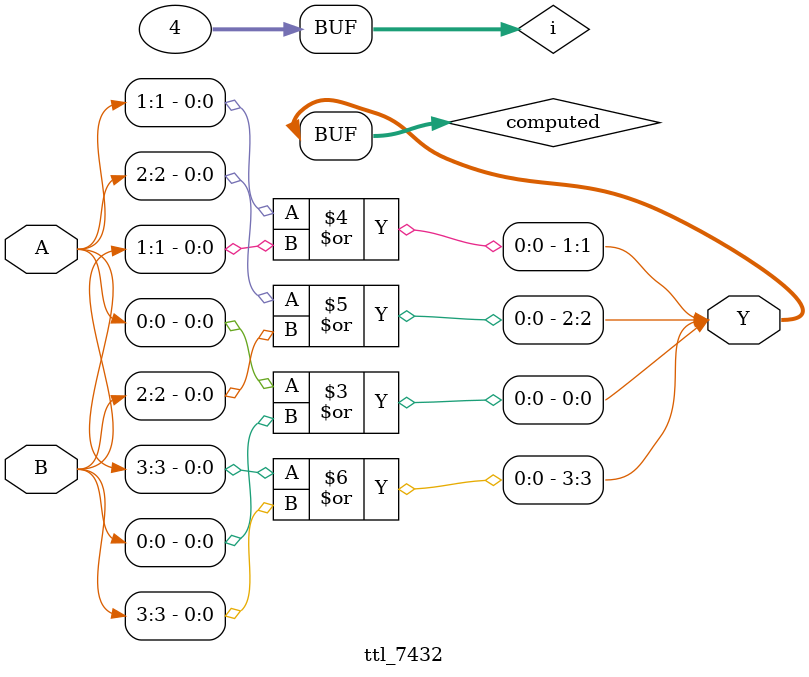
<source format=v>

module ttl_7432 #(parameter BLOCKS = 4, WIDTH_IN = 2, DELAY_RISE = 0, DELAY_FALL = 0)
(
  input [BLOCKS-1:0] A,
  input [BLOCKS-1:0] B,
  output [BLOCKS-1:0] Y
);

//------------------------------------------------//
reg [BLOCKS-1:0] computed;
integer i;

always @(*)
begin
  for (i = 0; i < BLOCKS; i++)
    computed[i] = A[i]|B[i];
end
//------------------------------------------------//

assign #(DELAY_RISE, DELAY_FALL) Y = computed;

endmodule

</source>
